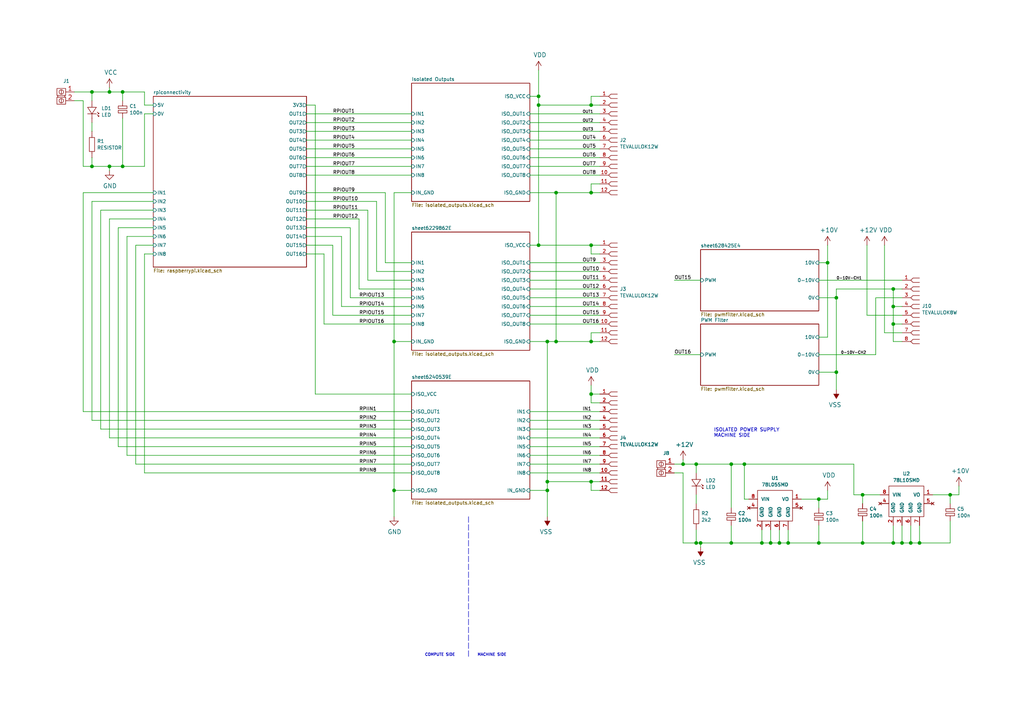
<source format=kicad_sch>
(kicad_sch (version 20211123) (generator eeschema)
  (paper "A4")
  (lib_symbols
    (symbol "bjs-connectors:SCREW2" (pin_names (offset 1.016))
      (property "Reference" "J" (at 6.35 3.81 0))
      (symbol "SCREW2_0_1"
        (polyline (pts (xy 2.794 1.524) (xy 2.794 1.016)))
        (polyline (pts (xy 3.81 0.635) (xy 3.81 -0.635)))
        (polyline (pts (xy 3.81 3.175) (xy 3.81 1.905)))
        (polyline (pts (xy 4.826 1.524) (xy 4.826 1.016)))
        (polyline (pts (xy 2.54 0) (xy 2.54 1.016) (xy 5.08 1.016) (xy 5.08 -1.016) (xy 2.54 -1.016) (xy 2.54 0)))
        (polyline (pts (xy 2.54 2.54) (xy 2.54 1.524) (xy 5.08 1.524) (xy 5.08 3.556) (xy 2.54 3.556) (xy 2.54 2.54)))
        (circle (center 3.81 0) (radius 0.635))
        (circle (center 3.81 2.54) (radius 0.635))
      )
      (symbol "SCREW2_1_1"
        (pin passive line (at 0 2.54 0) (length 2.54) (name "~") (number "1"))
        (pin passive line (at 0 0 0) (length 2.54) (name "~") (number "2"))
      )
    )
    (symbol "bjs-connectors:TEVALULOK12W" (pin_names (offset 1.016))
      (property "Reference" "J" (at 0 0 0))
      (property "Value" "TEVALULOK12W" (at -0.635 6.985 0))
      (symbol "TEVALULOK12W_0_1"
        (polyline (pts (xy 2.54 -13.97) (xy 3.175 -14.605) (xy 5.08 -14.605)))
        (polyline (pts (xy 2.54 -13.97) (xy 3.175 -13.335) (xy 5.08 -13.335)))
        (polyline (pts (xy 2.54 -11.43) (xy 3.175 -12.065) (xy 5.08 -12.065)))
        (polyline (pts (xy 2.54 -11.43) (xy 3.175 -10.795) (xy 5.08 -10.795)))
        (polyline (pts (xy 2.54 -8.89) (xy 3.175 -9.525) (xy 5.08 -9.525)))
        (polyline (pts (xy 2.54 -8.89) (xy 3.175 -8.255) (xy 5.08 -8.255)))
        (polyline (pts (xy 2.54 -6.35) (xy 3.175 -6.985) (xy 5.08 -6.985)))
        (polyline (pts (xy 2.54 -6.35) (xy 3.175 -5.715) (xy 5.08 -5.715)))
        (polyline (pts (xy 2.54 -3.81) (xy 3.175 -4.445) (xy 5.08 -4.445)))
        (polyline (pts (xy 2.54 -3.81) (xy 3.175 -3.175) (xy 5.08 -3.175)))
        (polyline (pts (xy 2.54 -1.27) (xy 3.175 -1.905) (xy 5.08 -1.905)))
        (polyline (pts (xy 2.54 -1.27) (xy 3.175 -0.635) (xy 5.08 -0.635)))
        (polyline (pts (xy 2.54 1.27) (xy 3.175 0.635) (xy 5.08 0.635)))
        (polyline (pts (xy 2.54 1.27) (xy 3.175 1.905) (xy 5.08 1.905)))
        (polyline (pts (xy 2.54 3.81) (xy 3.175 3.175) (xy 5.08 3.175)))
        (polyline (pts (xy 2.54 3.81) (xy 3.175 4.445) (xy 5.08 4.445)))
        (polyline (pts (xy 5.08 -23.495) (xy 3.175 -23.495) (xy 2.54 -24.13) (xy 3.175 -24.765) (xy 5.08 -24.765)))
        (polyline (pts (xy 5.08 -20.955) (xy 3.175 -20.955) (xy 2.54 -21.59) (xy 3.175 -22.225) (xy 5.08 -22.225)))
        (polyline (pts (xy 5.08 -17.145) (xy 3.175 -17.145) (xy 2.54 -16.51) (xy 3.175 -15.875) (xy 5.08 -15.875)))
        (polyline (pts (xy 5.08 -19.685) (xy 3.81 -19.685) (xy 3.175 -19.685) (xy 2.54 -19.05) (xy 3.175 -18.415) (xy 5.08 -18.415)))
      )
      (symbol "TEVALULOK12W_1_1"
        (pin passive line (at 0 3.81 0) (length 2.54) (name "~") (number "1"))
        (pin input line (at 0 -19.05 0) (length 2.54) (name "~") (number "10"))
        (pin input line (at 0 -21.59 0) (length 2.54) (name "~") (number "11"))
        (pin input line (at 0 -24.13 0) (length 2.54) (name "~") (number "12"))
        (pin passive line (at 0 1.27 0) (length 2.54) (name "~") (number "2"))
        (pin passive line (at 0 -1.27 0) (length 2.54) (name "~") (number "3"))
        (pin passive line (at 0 -3.81 0) (length 2.54) (name "~") (number "4"))
        (pin passive line (at 0 -6.35 0) (length 2.54) (name "~") (number "5"))
        (pin passive line (at 0 -8.89 0) (length 2.54) (name "~") (number "6"))
        (pin passive line (at 0 -11.43 0) (length 2.54) (name "~") (number "7"))
        (pin passive line (at 0 -13.97 0) (length 2.54) (name "~") (number "8"))
        (pin input line (at 0 -16.51 0) (length 2.54) (name "~") (number "9"))
      )
    )
    (symbol "bjs-connectors:TEVALULOK8W" (pin_names (offset 1.016))
      (property "Reference" "J" (at 0 0 0))
      (property "Value" "TEVALULOK8W" (at -0.635 6.985 0))
      (symbol "TEVALULOK8W_0_1"
        (polyline (pts (xy 2.54 -13.97) (xy 3.175 -14.605) (xy 5.08 -14.605)))
        (polyline (pts (xy 2.54 -13.97) (xy 3.175 -13.335) (xy 5.08 -13.335)))
        (polyline (pts (xy 2.54 -11.43) (xy 3.175 -12.065) (xy 5.08 -12.065)))
        (polyline (pts (xy 2.54 -11.43) (xy 3.175 -10.795) (xy 5.08 -10.795)))
        (polyline (pts (xy 2.54 -8.89) (xy 3.175 -9.525) (xy 5.08 -9.525)))
        (polyline (pts (xy 2.54 -8.89) (xy 3.175 -8.255) (xy 5.08 -8.255)))
        (polyline (pts (xy 2.54 -6.35) (xy 3.175 -6.985) (xy 5.08 -6.985)))
        (polyline (pts (xy 2.54 -6.35) (xy 3.175 -5.715) (xy 5.08 -5.715)))
        (polyline (pts (xy 2.54 -3.81) (xy 3.175 -4.445) (xy 5.08 -4.445)))
        (polyline (pts (xy 2.54 -3.81) (xy 3.175 -3.175) (xy 5.08 -3.175)))
        (polyline (pts (xy 2.54 -1.27) (xy 3.175 -1.905) (xy 5.08 -1.905)))
        (polyline (pts (xy 2.54 -1.27) (xy 3.175 -0.635) (xy 5.08 -0.635)))
        (polyline (pts (xy 2.54 1.27) (xy 3.175 0.635) (xy 5.08 0.635)))
        (polyline (pts (xy 2.54 1.27) (xy 3.175 1.905) (xy 5.08 1.905)))
        (polyline (pts (xy 2.54 3.81) (xy 3.175 3.175) (xy 5.08 3.175)))
        (polyline (pts (xy 2.54 3.81) (xy 3.175 4.445) (xy 5.08 4.445)))
      )
      (symbol "TEVALULOK8W_1_1"
        (pin passive line (at 0 3.81 0) (length 2.54) (name "~") (number "1"))
        (pin passive line (at 0 1.27 0) (length 2.54) (name "~") (number "2"))
        (pin passive line (at 0 -1.27 0) (length 2.54) (name "~") (number "3"))
        (pin passive line (at 0 -3.81 0) (length 2.54) (name "~") (number "4"))
        (pin passive line (at 0 -6.35 0) (length 2.54) (name "~") (number "5"))
        (pin passive line (at 0 -8.89 0) (length 2.54) (name "~") (number "6"))
        (pin passive line (at 0 -11.43 0) (length 2.54) (name "~") (number "7"))
        (pin passive line (at 0 -13.97 0) (length 2.54) (name "~") (number "8"))
      )
    )
    (symbol "bjs-discrete:LED" (pin_numbers hide) (pin_names (offset 1.016) hide)
      (property "Reference" "LD" (at 2.54 2.54 0))
      (property "Value" "bjs-discrete_LED" (at -1.27 2.54 0))
      (symbol "LED_0_1"
        (polyline (pts (xy -2.54 0) (xy -1.27 0)))
        (polyline (pts (xy -1.27 1.27) (xy -1.27 -1.27)))
        (polyline (pts (xy 0.635 0) (xy 1.27 0)))
        (polyline (pts (xy 0.635 -1.27) (xy 0.635 1.27) (xy -1.27 0) (xy 0.635 -1.27)))
        (polyline (pts (xy -1.524 -1.524) (xy -2.032 -2.032) (xy -2.032 -1.778) (xy -1.778 -2.032) (xy -2.032 -2.032)))
        (polyline (pts (xy -0.762 -1.524) (xy -1.27 -2.032) (xy -1.27 -1.778) (xy -1.016 -2.032) (xy -1.27 -2.032)))
      )
      (symbol "LED_1_1"
        (pin passive line (at -3.81 0 0) (length 1.27) (name "~") (number "1"))
        (pin passive line (at 2.54 0 180) (length 1.27) (name "~") (number "2"))
      )
    )
    (symbol "bjs-passives:CAPACITOR" (pin_numbers hide) (pin_names (offset 1.016) hide)
      (property "Reference" "C" (at 5.08 2.54 0))
      (property "Value" "CAPACITOR" (at 0 2.54 0))
      (symbol "CAPACITOR_0_1"
        (polyline (pts (xy -1.27 0) (xy -1.016 0)))
        (polyline (pts (xy 1.016 0) (xy 1.27 0)))
        (polyline (pts (xy -0.254 -1.27) (xy -0.254 1.27) (xy -1.016 1.27) (xy -1.016 -1.27) (xy -0.254 -1.27)))
        (polyline (pts (xy 0.254 1.27) (xy 1.016 1.27) (xy 1.016 -1.27) (xy 0.254 -1.27) (xy 0.254 1.27)))
      )
      (symbol "CAPACITOR_1_1"
        (pin passive line (at 2.54 0 180) (length 1.27) (name "~") (number "1"))
        (pin passive line (at -2.54 0 0) (length 1.27) (name "~") (number "2"))
      )
    )
    (symbol "bjs-passives:RESISTOR" (pin_numbers hide) (pin_names (offset 1.016) hide)
      (property "Reference" "R" (at 0 0 0))
      (property "Value" "RESISTOR" (at 0 2.54 0))
      (symbol "RESISTOR_0_1"
        (polyline (pts (xy -3.81 0) (xy -2.54 0)))
        (polyline (pts (xy -2.54 0) (xy -2.032 0)))
        (polyline (pts (xy 2.54 0) (xy 2.032 0)))
        (polyline (pts (xy 3.81 0) (xy 2.54 0)))
        (polyline (pts (xy -2.032 0.762) (xy -2.032 -0.762) (xy 2.032 -0.762) (xy 2.032 0.762) (xy -2.032 0.762)))
      )
      (symbol "RESISTOR_1_1"
        (pin passive line (at -3.81 0 0) (length 0) (name "1") (number "1"))
        (pin passive line (at 3.81 0 180) (length 0) (name "2") (number "2"))
      )
    )
    (symbol "bjs-voltageregs:78LXXSMD" (pin_names (offset 1.016))
      (property "Reference" "U" (at 3.81 3.81 0))
      (property "Value" "78LXXSMD" (at -3.81 3.81 0))
      (symbol "78LXXSMD_0_1"
        (polyline (pts (xy -5.08 -6.35) (xy -5.08 2.54) (xy 5.08 2.54) (xy 5.08 -6.35) (xy -5.08 -6.35)))
      )
      (symbol "78LXXSMD_1_1"
        (pin power_out line (at 7.62 0 180) (length 2.54) (name "VO") (number "1"))
        (pin power_in line (at -3.81 -8.89 90) (length 2.54) (name "GND") (number "2"))
        (pin power_in line (at -1.27 -8.89 90) (length 2.54) (name "GND") (number "3"))
        (pin no_connect line (at -7.62 -2.54 0) (length 2.54) (name "~") (number "4"))
        (pin no_connect line (at 7.62 -2.54 180) (length 2.54) (name "~") (number "5"))
        (pin power_in line (at 1.27 -8.89 90) (length 2.54) (name "GND") (number "6"))
        (pin power_in line (at 3.81 -8.89 90) (length 2.54) (name "GND") (number "7"))
        (pin power_in line (at -7.62 0 0) (length 2.54) (name "VIN") (number "8"))
      )
    )
    (symbol "power:+10V" (power) (pin_names (offset 0))
      (property "Value" "power_+10V" (at 0 3.556 0))
      (symbol "+10V_0_1"
        (polyline (pts (xy -0.762 1.27) (xy 0 2.54)))
        (polyline (pts (xy 0 0) (xy 0 2.54)))
        (polyline (pts (xy 0 2.54) (xy 0.762 1.27)))
      )
      (symbol "+10V_1_1"
        (pin power_in line (at 0 0 90) (length 0) hide (name "+10V") (number "1"))
      )
    )
    (symbol "power:+12V" (power) (pin_names (offset 0))
      (property "Value" "power_+12V" (at 0 3.556 0))
      (symbol "+12V_0_1"
        (polyline (pts (xy -0.762 1.27) (xy 0 2.54)))
        (polyline (pts (xy 0 0) (xy 0 2.54)))
        (polyline (pts (xy 0 2.54) (xy 0.762 1.27)))
      )
      (symbol "+12V_1_1"
        (pin power_in line (at 0 0 90) (length 0) hide (name "+12V") (number "1"))
      )
    )
    (symbol "power:GND" (power) (pin_names (offset 0))
      (property "Value" "power_GND" (at 0 -3.81 0))
      (symbol "GND_0_1"
        (polyline (pts (xy 0 0) (xy 0 -1.27) (xy 1.27 -1.27) (xy 0 -2.54) (xy -1.27 -1.27) (xy 0 -1.27)))
      )
      (symbol "GND_1_1"
        (pin power_in line (at 0 0 270) (length 0) hide (name "GND") (number "1"))
      )
    )
    (symbol "power:VCC" (power) (pin_names (offset 0))
      (property "Value" "power_VCC" (at 0 3.81 0))
      (symbol "VCC_0_1"
        (polyline (pts (xy -0.762 1.27) (xy 0 2.54)))
        (polyline (pts (xy 0 0) (xy 0 2.54)))
        (polyline (pts (xy 0 2.54) (xy 0.762 1.27)))
      )
      (symbol "VCC_1_1"
        (pin power_in line (at 0 0 90) (length 0) hide (name "VCC") (number "1"))
      )
    )
    (symbol "power:VDD" (power) (pin_names (offset 0))
      (property "Value" "power_VDD" (at 0 3.81 0))
      (symbol "VDD_0_1"
        (polyline (pts (xy -0.762 1.27) (xy 0 2.54)))
        (polyline (pts (xy 0 0) (xy 0 2.54)))
        (polyline (pts (xy 0 2.54) (xy 0.762 1.27)))
      )
      (symbol "VDD_1_1"
        (pin power_in line (at 0 0 90) (length 0) hide (name "VDD") (number "1"))
      )
    )
    (symbol "power:VSS" (power) (pin_names (offset 0))
      (property "Value" "power_VSS" (at 0 3.81 0))
      (symbol "VSS_0_1"
        (polyline (pts (xy 0 0) (xy 0 2.54)))
        (polyline (pts (xy 0.762 1.27) (xy -0.762 1.27) (xy 0 2.54) (xy 0.762 1.27)) (fill (type outline)))
      )
      (symbol "VSS_1_1"
        (pin power_in line (at 0 0 90) (length 0) hide (name "VSS") (number "1"))
      )
    )
  )
  (junction (at 215.9 134.62))
  (junction (at 226.06 157.48))
  (junction (at 158.75 142.24))
  (junction (at 220.98 157.48))
  (junction (at 26.67 26.67))
  (junction (at 35.56 48.26))
  (junction (at 31.75 48.26))
  (junction (at 171.45 114.3))
  (junction (at 156.21 27.94))
  (junction (at 198.12 134.62))
  (junction (at 212.09 157.48))
  (junction (at 259.08 83.82))
  (junction (at 259.08 88.9))
  (junction (at 158.75 139.7))
  (junction (at 171.45 30.48))
  (junction (at 201.93 157.48))
  (junction (at 261.62 157.48))
  (junction (at 35.56 26.67))
  (junction (at 240.03 76.2))
  (junction (at 171.45 139.7))
  (junction (at 237.49 144.78))
  (junction (at 242.57 107.95))
  (junction (at 259.08 93.98))
  (junction (at 212.09 134.62))
  (junction (at 201.93 134.62))
  (junction (at 242.57 86.36))
  (junction (at 114.3 142.24))
  (junction (at 275.59 143.51))
  (junction (at 264.16 157.48))
  (junction (at 171.45 71.12))
  (junction (at 114.3 99.06))
  (junction (at 228.6 157.48))
  (junction (at 156.21 30.48))
  (junction (at 171.45 55.88))
  (junction (at 237.49 157.48))
  (junction (at 171.45 99.06))
  (junction (at 250.19 143.51))
  (junction (at 266.7 157.48))
  (junction (at 161.29 99.06))
  (junction (at 161.29 55.88))
  (junction (at 26.67 48.26))
  (junction (at 223.52 157.48))
  (junction (at 31.75 26.67))
  (junction (at 250.19 157.48))
  (junction (at 259.08 157.48))
  (junction (at 203.2 157.48))
  (junction (at 158.75 99.06))
  (junction (at 156.21 71.12))
  (wire (pts (xy 88.9 63.5) (xy 104.14 63.5)))
  (wire (pts (xy 31.75 26.67) (xy 31.75 25.4)))
  (wire (pts (xy 153.67 33.02) (xy 173.99 33.02)))
  (wire (pts (xy 114.3 55.88) (xy 119.38 55.88)))
  (wire (pts (xy 261.62 93.98) (xy 259.08 93.98)))
  (wire (pts (xy 250.19 143.51) (xy 250.19 146.05)))
  (wire (pts (xy 171.45 73.66) (xy 171.45 71.12)))
  (wire (pts (xy 156.21 71.12) (xy 171.45 71.12)))
  (wire (pts (xy 44.45 71.12) (xy 39.37 71.12)))
  (wire (pts (xy 161.29 99.06) (xy 158.75 99.06)))
  (wire (pts (xy 93.98 73.66) (xy 93.98 93.98)))
  (wire (pts (xy 31.75 127) (xy 119.38 127)))
  (wire (pts (xy 266.7 152.4) (xy 266.7 157.48)))
  (wire (pts (xy 198.12 134.62) (xy 198.12 133.35)))
  (wire (pts (xy 101.6 86.36) (xy 119.38 86.36)))
  (wire (pts (xy 266.7 157.48) (xy 275.59 157.48)))
  (wire (pts (xy 114.3 142.24) (xy 114.3 149.86)))
  (wire (pts (xy 156.21 30.48) (xy 156.21 71.12)))
  (wire (pts (xy 212.09 152.4) (xy 212.09 157.48)))
  (wire (pts (xy 153.67 50.8) (xy 173.99 50.8)))
  (wire (pts (xy 88.9 55.88) (xy 111.76 55.88)))
  (wire (pts (xy 44.45 58.42) (xy 26.67 58.42)))
  (wire (pts (xy 88.9 71.12) (xy 96.52 71.12)))
  (wire (pts (xy 264.16 152.4) (xy 264.16 157.48)))
  (wire (pts (xy 171.45 99.06) (xy 161.29 99.06)))
  (wire (pts (xy 35.56 26.67) (xy 41.91 26.67)))
  (wire (pts (xy 259.08 157.48) (xy 261.62 157.48)))
  (wire (pts (xy 44.45 30.48) (xy 41.91 30.48)))
  (wire (pts (xy 264.16 157.48) (xy 266.7 157.48)))
  (wire (pts (xy 237.49 97.79) (xy 240.03 97.79)))
  (wire (pts (xy 242.57 83.82) (xy 242.57 86.36)))
  (wire (pts (xy 242.57 107.95) (xy 237.49 107.95)))
  (wire (pts (xy 201.93 153.67) (xy 201.93 157.48)))
  (wire (pts (xy 240.03 76.2) (xy 237.49 76.2)))
  (wire (pts (xy 153.67 99.06) (xy 158.75 99.06)))
  (wire (pts (xy 250.19 157.48) (xy 259.08 157.48)))
  (wire (pts (xy 21.59 29.21) (xy 24.13 29.21)))
  (wire (pts (xy 198.12 157.48) (xy 201.93 157.48)))
  (wire (pts (xy 153.67 132.08) (xy 173.99 132.08)))
  (wire (pts (xy 223.52 153.67) (xy 223.52 157.48)))
  (wire (pts (xy 161.29 99.06) (xy 161.29 55.88)))
  (wire (pts (xy 106.68 60.96) (xy 106.68 81.28)))
  (wire (pts (xy 201.93 137.16) (xy 201.93 134.62)))
  (wire (pts (xy 29.21 124.46) (xy 119.38 124.46)))
  (wire (pts (xy 99.06 68.58) (xy 99.06 88.9)))
  (wire (pts (xy 275.59 143.51) (xy 275.59 146.05)))
  (wire (pts (xy 237.49 144.78) (xy 232.41 144.78)))
  (wire (pts (xy 250.19 151.13) (xy 250.19 157.48)))
  (wire (pts (xy 153.67 83.82) (xy 173.99 83.82)))
  (wire (pts (xy 93.98 93.98) (xy 119.38 93.98)))
  (wire (pts (xy 99.06 88.9) (xy 119.38 88.9)))
  (wire (pts (xy 153.67 88.9) (xy 173.99 88.9)))
  (wire (pts (xy 256.54 96.52) (xy 261.62 96.52)))
  (wire (pts (xy 240.03 71.12) (xy 240.03 76.2)))
  (wire (pts (xy 96.52 91.44) (xy 119.38 91.44)))
  (wire (pts (xy 31.75 63.5) (xy 31.75 127)))
  (wire (pts (xy 173.99 139.7) (xy 171.45 139.7)))
  (wire (pts (xy 36.83 68.58) (xy 36.83 132.08)))
  (wire (pts (xy 278.13 143.51) (xy 278.13 140.97)))
  (wire (pts (xy 212.09 157.48) (xy 220.98 157.48)))
  (wire (pts (xy 171.45 116.84) (xy 171.45 114.3)))
  (wire (pts (xy 171.45 99.06) (xy 171.45 96.52)))
  (wire (pts (xy 44.45 60.96) (xy 29.21 60.96)))
  (wire (pts (xy 275.59 143.51) (xy 278.13 143.51)))
  (wire (pts (xy 96.52 71.12) (xy 96.52 91.44)))
  (wire (pts (xy 153.67 38.1) (xy 173.99 38.1)))
  (wire (pts (xy 35.56 29.21) (xy 35.56 26.67)))
  (wire (pts (xy 41.91 30.48) (xy 41.91 26.67)))
  (wire (pts (xy 247.65 134.62) (xy 215.9 134.62)))
  (wire (pts (xy 88.9 40.64) (xy 119.38 40.64)))
  (wire (pts (xy 24.13 119.38) (xy 119.38 119.38)))
  (wire (pts (xy 88.9 35.56) (xy 119.38 35.56)))
  (wire (pts (xy 201.93 143.51) (xy 201.93 146.05)))
  (wire (pts (xy 34.29 66.04) (xy 34.29 129.54)))
  (wire (pts (xy 153.67 81.28) (xy 173.99 81.28)))
  (wire (pts (xy 240.03 144.78) (xy 240.03 142.24)))
  (wire (pts (xy 36.83 132.08) (xy 119.38 132.08)))
  (wire (pts (xy 88.9 73.66) (xy 93.98 73.66)))
  (wire (pts (xy 88.9 45.72) (xy 119.38 45.72)))
  (wire (pts (xy 88.9 68.58) (xy 99.06 68.58)))
  (wire (pts (xy 153.67 43.18) (xy 173.99 43.18)))
  (wire (pts (xy 261.62 157.48) (xy 264.16 157.48)))
  (wire (pts (xy 215.9 134.62) (xy 212.09 134.62)))
  (wire (pts (xy 171.45 139.7) (xy 158.75 139.7)))
  (wire (pts (xy 153.67 93.98) (xy 173.99 93.98)))
  (wire (pts (xy 88.9 30.48) (xy 91.44 30.48)))
  (wire (pts (xy 153.67 86.36) (xy 173.99 86.36)))
  (wire (pts (xy 242.57 86.36) (xy 242.57 107.95)))
  (wire (pts (xy 261.62 152.4) (xy 261.62 157.48)))
  (wire (pts (xy 171.45 96.52) (xy 173.99 96.52)))
  (wire (pts (xy 173.99 55.88) (xy 171.45 55.88)))
  (wire (pts (xy 44.45 63.5) (xy 31.75 63.5)))
  (wire (pts (xy 158.75 99.06) (xy 158.75 139.7)))
  (wire (pts (xy 228.6 157.48) (xy 237.49 157.48)))
  (wire (pts (xy 171.45 27.94) (xy 173.99 27.94)))
  (wire (pts (xy 228.6 153.67) (xy 228.6 157.48)))
  (wire (pts (xy 153.67 124.46) (xy 173.99 124.46)))
  (wire (pts (xy 259.08 99.06) (xy 259.08 93.98)))
  (wire (pts (xy 153.67 55.88) (xy 161.29 55.88)))
  (wire (pts (xy 106.68 81.28) (xy 119.38 81.28)))
  (wire (pts (xy 24.13 55.88) (xy 24.13 119.38)))
  (wire (pts (xy 153.67 129.54) (xy 173.99 129.54)))
  (wire (pts (xy 171.45 30.48) (xy 156.21 30.48)))
  (wire (pts (xy 153.67 127) (xy 173.99 127)))
  (wire (pts (xy 29.21 60.96) (xy 29.21 124.46)))
  (wire (pts (xy 237.49 86.36) (xy 242.57 86.36)))
  (wire (pts (xy 153.67 142.24) (xy 158.75 142.24)))
  (wire (pts (xy 26.67 38.1) (xy 26.67 35.56)))
  (wire (pts (xy 153.67 48.26) (xy 173.99 48.26)))
  (wire (pts (xy 26.67 121.92) (xy 119.38 121.92)))
  (wire (pts (xy 203.2 81.28) (xy 195.58 81.28)))
  (wire (pts (xy 237.49 81.28) (xy 261.62 81.28)))
  (wire (pts (xy 212.09 134.62) (xy 201.93 134.62)))
  (wire (pts (xy 24.13 48.26) (xy 26.67 48.26)))
  (wire (pts (xy 220.98 157.48) (xy 223.52 157.48)))
  (wire (pts (xy 111.76 55.88) (xy 111.76 76.2)))
  (wire (pts (xy 41.91 33.02) (xy 41.91 48.26)))
  (wire (pts (xy 119.38 142.24) (xy 114.3 142.24)))
  (wire (pts (xy 171.45 55.88) (xy 171.45 53.34)))
  (wire (pts (xy 109.22 78.74) (xy 119.38 78.74)))
  (wire (pts (xy 171.45 142.24) (xy 173.99 142.24)))
  (wire (pts (xy 237.49 147.32) (xy 237.49 144.78)))
  (wire (pts (xy 203.2 102.87) (xy 195.58 102.87)))
  (wire (pts (xy 173.99 73.66) (xy 171.45 73.66)))
  (wire (pts (xy 201.93 157.48) (xy 203.2 157.48)))
  (wire (pts (xy 153.67 71.12) (xy 156.21 71.12)))
  (wire (pts (xy 198.12 137.16) (xy 198.12 157.48)))
  (wire (pts (xy 156.21 27.94) (xy 156.21 30.48)))
  (wire (pts (xy 26.67 45.72) (xy 26.67 48.26)))
  (wire (pts (xy 44.45 68.58) (xy 36.83 68.58)))
  (wire (pts (xy 153.67 91.44) (xy 173.99 91.44)))
  (wire (pts (xy 44.45 33.02) (xy 41.91 33.02)))
  (wire (pts (xy 173.99 116.84) (xy 171.45 116.84)))
  (wire (pts (xy 153.67 45.72) (xy 173.99 45.72)))
  (wire (pts (xy 171.45 111.76) (xy 171.45 114.3)))
  (wire (pts (xy 251.46 91.44) (xy 251.46 71.12)))
  (wire (pts (xy 153.67 40.64) (xy 173.99 40.64)))
  (wire (pts (xy 153.67 121.92) (xy 173.99 121.92)))
  (wire (pts (xy 254 86.36) (xy 254 102.87)))
  (wire (pts (xy 39.37 71.12) (xy 39.37 134.62)))
  (wire (pts (xy 171.45 139.7) (xy 171.45 142.24)))
  (wire (pts (xy 44.45 73.66) (xy 41.91 73.66)))
  (wire (pts (xy 173.99 99.06) (xy 171.45 99.06)))
  (wire (pts (xy 226.06 157.48) (xy 228.6 157.48)))
  (wire (pts (xy 171.45 71.12) (xy 173.99 71.12)))
  (wire (pts (xy 88.9 58.42) (xy 109.22 58.42)))
  (wire (pts (xy 88.9 38.1) (xy 119.38 38.1)))
  (wire (pts (xy 158.75 139.7) (xy 158.75 142.24)))
  (wire (pts (xy 44.45 66.04) (xy 34.29 66.04)))
  (wire (pts (xy 91.44 114.3) (xy 91.44 30.48)))
  (wire (pts (xy 153.67 119.38) (xy 173.99 119.38)))
  (wire (pts (xy 237.49 144.78) (xy 240.03 144.78)))
  (wire (pts (xy 153.67 35.56) (xy 173.99 35.56)))
  (wire (pts (xy 275.59 157.48) (xy 275.59 151.13)))
  (wire (pts (xy 26.67 29.21) (xy 26.67 26.67)))
  (wire (pts (xy 26.67 58.42) (xy 26.67 121.92)))
  (wire (pts (xy 88.9 60.96) (xy 106.68 60.96)))
  (wire (pts (xy 88.9 50.8) (xy 119.38 50.8)))
  (wire (pts (xy 88.9 66.04) (xy 101.6 66.04)))
  (wire (pts (xy 39.37 134.62) (xy 119.38 134.62)))
  (wire (pts (xy 203.2 158.75) (xy 203.2 157.48)))
  (wire (pts (xy 109.22 58.42) (xy 109.22 78.74)))
  (wire (pts (xy 223.52 157.48) (xy 226.06 157.48)))
  (wire (pts (xy 119.38 99.06) (xy 114.3 99.06)))
  (wire (pts (xy 254 86.36) (xy 261.62 86.36)))
  (wire (pts (xy 237.49 157.48) (xy 250.19 157.48)))
  (wire (pts (xy 104.14 83.82) (xy 119.38 83.82)))
  (wire (pts (xy 153.67 76.2) (xy 173.99 76.2)))
  (wire (pts (xy 250.19 143.51) (xy 247.65 143.51)))
  (wire (pts (xy 26.67 26.67) (xy 31.75 26.67)))
  (wire (pts (xy 261.62 99.06) (xy 259.08 99.06)))
  (wire (pts (xy 259.08 88.9) (xy 259.08 83.82)))
  (wire (pts (xy 158.75 142.24) (xy 158.75 149.86)))
  (wire (pts (xy 31.75 48.26) (xy 35.56 48.26)))
  (wire (pts (xy 44.45 55.88) (xy 24.13 55.88)))
  (wire (pts (xy 88.9 33.02) (xy 119.38 33.02)))
  (wire (pts (xy 153.67 27.94) (xy 156.21 27.94)))
  (wire (pts (xy 251.46 91.44) (xy 261.62 91.44)))
  (wire (pts (xy 153.67 137.16) (xy 173.99 137.16)))
  (wire (pts (xy 212.09 134.62) (xy 212.09 147.32)))
  (wire (pts (xy 153.67 134.62) (xy 173.99 134.62)))
  (wire (pts (xy 256.54 71.12) (xy 256.54 96.52)))
  (wire (pts (xy 88.9 43.18) (xy 119.38 43.18)))
  (wire (pts (xy 35.56 48.26) (xy 41.91 48.26)))
  (wire (pts (xy 173.99 30.48) (xy 171.45 30.48)))
  (wire (pts (xy 255.27 143.51) (xy 250.19 143.51)))
  (wire (pts (xy 220.98 153.67) (xy 220.98 157.48)))
  (wire (pts (xy 201.93 134.62) (xy 198.12 134.62)))
  (wire (pts (xy 153.67 78.74) (xy 173.99 78.74)))
  (wire (pts (xy 247.65 143.51) (xy 247.65 134.62)))
  (wire (pts (xy 203.2 157.48) (xy 212.09 157.48)))
  (wire (pts (xy 35.56 34.29) (xy 35.56 48.26)))
  (wire (pts (xy 254 102.87) (xy 237.49 102.87)))
  (wire (pts (xy 261.62 88.9) (xy 259.08 88.9)))
  (wire (pts (xy 156.21 20.32) (xy 156.21 27.94)))
  (wire (pts (xy 242.57 107.95) (xy 242.57 113.03)))
  (wire (pts (xy 259.08 93.98) (xy 259.08 88.9)))
  (wire (pts (xy 24.13 29.21) (xy 24.13 48.26)))
  (wire (pts (xy 270.51 143.51) (xy 275.59 143.51)))
  (wire (pts (xy 215.9 144.78) (xy 217.17 144.78)))
  (wire (pts (xy 91.44 114.3) (xy 119.38 114.3)))
  (wire (pts (xy 101.6 66.04) (xy 101.6 86.36)))
  (wire (pts (xy 171.45 30.48) (xy 171.45 27.94)))
  (wire (pts (xy 195.58 134.62) (xy 198.12 134.62)))
  (wire (pts (xy 26.67 48.26) (xy 31.75 48.26)))
  (wire (pts (xy 111.76 76.2) (xy 119.38 76.2)))
  (polyline (pts (xy 135.89 149.86) (xy 135.89 190.5)))
  (wire (pts (xy 41.91 137.16) (xy 119.38 137.16)))
  (wire (pts (xy 88.9 48.26) (xy 119.38 48.26)))
  (wire (pts (xy 21.59 26.67) (xy 26.67 26.67)))
  (wire (pts (xy 114.3 99.06) (xy 114.3 55.88)))
  (wire (pts (xy 161.29 55.88) (xy 171.45 55.88)))
  (wire (pts (xy 34.29 129.54) (xy 119.38 129.54)))
  (wire (pts (xy 240.03 76.2) (xy 240.03 97.79)))
  (wire (pts (xy 31.75 49.53) (xy 31.75 48.26)))
  (wire (pts (xy 31.75 26.67) (xy 35.56 26.67)))
  (wire (pts (xy 171.45 53.34) (xy 173.99 53.34)))
  (wire (pts (xy 195.58 137.16) (xy 198.12 137.16)))
  (wire (pts (xy 215.9 134.62) (xy 215.9 144.78)))
  (wire (pts (xy 171.45 114.3) (xy 173.99 114.3)))
  (wire (pts (xy 237.49 157.48) (xy 237.49 152.4)))
  (wire (pts (xy 114.3 99.06) (xy 114.3 142.24)))
  (wire (pts (xy 259.08 83.82) (xy 261.62 83.82)))
  (wire (pts (xy 41.91 73.66) (xy 41.91 137.16)))
  (wire (pts (xy 259.08 152.4) (xy 259.08 157.48)))
  (wire (pts (xy 104.14 63.5) (xy 104.14 83.82)))
  (wire (pts (xy 242.57 83.82) (xy 259.08 83.82)))
  (wire (pts (xy 226.06 153.67) (xy 226.06 157.48)))
  (text "ISOLATED POWER SUPPLY\nMACHINE SIDE" (at 207.01 127 0) (effects (font (size 0.9906 0.9906)) (justify left bottom)))
  (text "COMPUTE SIDE" (at 123.19 190.5 0) (effects (font (size 0.7874 0.7874)) (justify left bottom)))
  (text "MACHINE SIDE" (at 138.43 190.5 0) (effects (font (size 0.7874 0.7874)) (justify left bottom)))
  (label "RPIOUT12" (at 96.52 63.5 0) (effects (font (size 0.9906 0.9906))))
  (label "IN8" (at 168.91 137.16 0) (effects (font (size 0.9906 0.9906))))
  (label "OUT8" (at 168.91 50.8 0) (effects (font (size 0.9906 0.9906))))
  (label "RPIOUT7" (at 96.52 48.26 0) (effects (font (size 0.9906 0.9906))))
  (label "RPIIN4" (at 104.14 127 0) (effects (font (size 0.9906 0.9906))))
  (label "RPIOUT15" (at 104.14 91.44 0) (effects (font (size 0.9906 0.9906))))
  (label "IN1" (at 168.91 119.38 0) (effects (font (size 0.9906 0.9906))))
  (label "OUT10" (at 168.91 78.74 0) (effects (font (size 0.9906 0.9906))))
  (label "OUT6" (at 168.91 45.72 0) (effects (font (size 0.9906 0.9906))))
  (label "RPIOUT1" (at 96.52 33.02 0) (effects (font (size 0.9906 0.9906))))
  (label "OUT15" (at 168.91 91.44 0) (effects (font (size 0.9906 0.9906))))
  (label "IN3" (at 168.91 124.46 0) (effects (font (size 0.9906 0.9906))))
  (label "0-10V-CH2" (at 243.84 102.87 0) (effects (font (size 0.7874 0.7874))))
  (label "OUT16" (at 168.91 93.98 0) (effects (font (size 0.9906 0.9906))))
  (label "IN6" (at 168.91 132.08 0) (effects (font (size 0.9906 0.9906))))
  (label "0-10V-CH1" (at 242.57 81.28 0) (effects (font (size 0.7874 0.7874))))
  (label "OUT7" (at 168.91 48.26 0) (effects (font (size 0.9906 0.9906))))
  (label "RPIOUT16" (at 104.14 93.98 0) (effects (font (size 0.9906 0.9906))))
  (label "RPIOUT2" (at 96.52 35.56 0) (effects (font (size 0.9906 0.9906))))
  (label "RPIOUT3" (at 96.52 38.1 0) (effects (font (size 0.9906 0.9906))))
  (label "IN7" (at 168.91 134.62 0) (effects (font (size 0.9906 0.9906))))
  (label "OUT13" (at 168.91 86.36 0) (effects (font (size 0.9906 0.9906))))
  (label "OUT15" (at 195.58 81.28 0) (effects (font (size 0.9906 0.9906))))
  (label "IN2" (at 168.91 121.92 0) (effects (font (size 0.9906 0.9906))))
  (label "RPIOUT4" (at 96.52 40.64 0) (effects (font (size 0.9906 0.9906))))
  (label "RPIOUT10" (at 96.52 58.42 0) (effects (font (size 0.9906 0.9906))))
  (label "RPIOUT14" (at 104.14 88.9 0) (effects (font (size 0.9906 0.9906))))
  (label "OUT12" (at 168.91 83.82 0) (effects (font (size 0.9906 0.9906))))
  (label "OUT14" (at 168.91 88.9 0) (effects (font (size 0.9906 0.9906))))
  (label "RPIOUT6" (at 96.52 45.72 0) (effects (font (size 0.9906 0.9906))))
  (label "OUT2" (at 168.91 35.56 0) (effects (font (size 0.7874 0.7874))))
  (label "OUT4" (at 168.91 40.64 0) (effects (font (size 0.9906 0.9906))))
  (label "RPIOUT5" (at 96.52 43.18 0) (effects (font (size 0.9906 0.9906))))
  (label "RPIOUT8" (at 96.52 50.8 0) (effects (font (size 0.9906 0.9906))))
  (label "OUT5" (at 168.91 43.18 0) (effects (font (size 0.9906 0.9906))))
  (label "OUT1" (at 168.91 33.02 0) (effects (font (size 0.7874 0.7874))))
  (label "RPIIN6" (at 104.14 132.08 0) (effects (font (size 0.9906 0.9906))))
  (label "RPIIN3" (at 104.14 124.46 0) (effects (font (size 0.9906 0.9906))))
  (label "OUT16" (at 195.58 102.87 0) (effects (font (size 0.9906 0.9906))))
  (label "RPIOUT11" (at 96.52 60.96 0) (effects (font (size 0.9906 0.9906))))
  (label "RPIIN7" (at 104.14 134.62 0) (effects (font (size 0.9906 0.9906))))
  (label "RPIIN2" (at 104.14 121.92 0) (effects (font (size 0.9906 0.9906))))
  (label "OUT11" (at 168.91 81.28 0) (effects (font (size 0.9906 0.9906))))
  (label "RPIOUT13" (at 104.14 86.36 0) (effects (font (size 0.9906 0.9906))))
  (label "RPIIN8" (at 104.14 137.16 0) (effects (font (size 0.9906 0.9906))))
  (label "IN5" (at 168.91 129.54 0) (effects (font (size 0.9906 0.9906))))
  (label "RPIOUT9" (at 96.52 55.88 0) (effects (font (size 0.9906 0.9906))))
  (label "RPIIN5" (at 104.14 129.54 0) (effects (font (size 0.9906 0.9906))))
  (label "IN4" (at 168.91 127 0) (effects (font (size 0.9906 0.9906))))
  (label "OUT9" (at 168.91 76.2 0) (effects (font (size 0.9906 0.9906))))
  (label "OUT3" (at 168.91 38.1 0) (effects (font (size 0.7874 0.7874))))
  (label "RPIIN1" (at 104.14 119.38 0) (effects (font (size 0.9906 0.9906))))
  (symbol (lib_id "power:+12V") (at 198.12 133.35 0) (unit 1)
    (property "Reference" "#PWR06" (effects hide))
    (property "Value" "+12V" (at 198.501 128.9558 0))
  )
  (symbol (lib_id "power:VDD") (at 240.03 142.24 0) (unit 1)
    (property "Reference" "#PWR010" (effects hide))
    (property "Value" "VDD" (at 240.411 137.8458 0))
  )
  (symbol (lib_id "bjs-connectors:SCREW2") (at 195.58 137.16 0) (mirror y) (unit 1)
    (property "Reference" "J8" (at 193.2432 131.445 0) (effects (font (size 0.9906 0.9906))))
    (property "Value" "SCREW2" (effects hide))
    (property "Footprint" "wago_connectors:WAGO_MCS_MINI_02" (effects hide))
  )
  (symbol (lib_id "bjs-discrete:LED") (at 201.93 139.7 90) (unit 1)
    (property "Reference" "LD2" (at 204.6732 139.3698 90) (effects (font (size 0.9906 0.9906)) (justify right)))
    (property "Value" "LED" (at 204.6732 141.2748 90) (effects (font (size 0.9906 0.9906)) (justify right)))
    (property "Footprint" "LED_SMD:LED_0805_2012Metric" (effects hide))
  )
  (symbol (lib_id "bjs-passives:RESISTOR") (at 201.93 149.86 270) (unit 1)
    (property "Reference" "R2" (at 203.4032 148.8948 90) (effects (font (size 0.9906 0.9906)) (justify left)))
    (property "Value" "2k2" (at 203.4032 150.7998 90) (effects (font (size 0.9906 0.9906)) (justify left)))
    (property "Footprint" "Resistor_SMD:R_0805_2012Metric" (effects hide))
  )
  (symbol (lib_id "bjs-discrete:LED") (at 26.67 31.75 90) (unit 1)
    (property "Reference" "LD1" (at 29.4132 31.4198 90) (effects (font (size 0.9906 0.9906)) (justify right)))
    (property "Value" "LED" (at 29.4132 33.3248 90) (effects (font (size 0.9906 0.9906)) (justify right)))
    (property "Footprint" "LED_SMD:LED_0805_2012Metric" (effects hide))
  )
  (symbol (lib_id "bjs-passives:RESISTOR") (at 26.67 41.91 270) (unit 1)
    (property "Reference" "R1" (at 28.1432 40.9448 90) (effects (font (size 0.9906 0.9906)) (justify left)))
    (property "Value" "RESISTOR" (at 28.1432 42.8498 90) (effects (font (size 0.9906 0.9906)) (justify left)))
    (property "Footprint" "Resistor_SMD:R_0805_2012Metric" (effects hide))
  )
  (symbol (lib_id "bjs-connectors:TEVALULOK12W") (at 173.99 31.75 0) (unit 1)
    (property "Reference" "J2" (at 179.7812 40.64 0) (effects (font (size 0.9906 0.9906)) (justify left)))
    (property "Value" "TEVALULOK12W" (at 179.7812 42.545 0) (effects (font (size 0.9906 0.9906)) (justify left)))
    (property "Footprint" "te-connectivity_val-u-lok_vertical:te-connectivity_val-u-lok_vertical_12_1-1586768-2" (effects hide))
  )
  (symbol (lib_id "bjs-connectors:TEVALULOK12W") (at 173.99 74.93 0) (unit 1)
    (property "Reference" "J3" (at 179.7812 83.82 0) (effects (font (size 0.9906 0.9906)) (justify left)))
    (property "Value" "TEVALULOK12W" (at 179.7812 85.725 0) (effects (font (size 0.9906 0.9906)) (justify left)))
    (property "Footprint" "te-connectivity_val-u-lok_vertical:te-connectivity_val-u-lok_vertical_12_1-1586768-2" (effects hide))
  )
  (symbol (lib_id "bjs-connectors:TEVALULOK12W") (at 173.99 118.11 0) (unit 1)
    (property "Reference" "J4" (at 179.7812 127 0) (effects (font (size 0.9906 0.9906)) (justify left)))
    (property "Value" "TEVALULOK12W" (at 179.7812 128.905 0) (effects (font (size 0.9906 0.9906)) (justify left)))
    (property "Footprint" "te-connectivity_val-u-lok_vertical:te-connectivity_val-u-lok_vertical_12_1-1586768-2" (effects hide))
  )
  (symbol (lib_id "power:VDD") (at 156.21 20.32 0) (unit 1)
    (property "Reference" "#PWR04" (effects hide))
    (property "Value" "VDD" (at 156.591 15.9258 0))
  )
  (symbol (lib_id "power:VDD") (at 171.45 111.76 0) (unit 1)
    (property "Reference" "#PWR0101" (effects hide))
    (property "Value" "VDD" (at 171.831 107.3658 0))
  )
  (symbol (lib_id "bjs-connectors:TEVALULOK8W") (at 261.62 85.09 0) (unit 1)
    (property "Reference" "J10" (at 267.4112 88.7476 0) (effects (font (size 0.9906 0.9906)) (justify left)))
    (property "Value" "TEVALULOK8W" (at 267.4112 90.6526 0) (effects (font (size 0.9906 0.9906)) (justify left)))
    (property "Footprint" "te-connectivity_val-u-lok_vertical:te-connectivity_val-u-lok_vertical_8_1586768-8" (effects hide))
  )
  (symbol (lib_id "bjs-voltageregs:78LXXSMD") (at 224.79 144.78 0) (unit 1)
    (property "Reference" "U1" (at 224.79 138.6586 0) (effects (font (size 0.9906 0.9906))))
    (property "Value" "78L05SMD" (at 224.79 140.5636 0) (effects (font (size 0.9906 0.9906))))
    (property "Footprint" "Package_SO:SOIC-8_3.9x4.9mm_P1.27mm" (effects hide))
  )
  (symbol (lib_id "bjs-voltageregs:78LXXSMD") (at 262.89 143.51 0) (unit 1)
    (property "Reference" "U2" (at 262.89 137.3886 0) (effects (font (size 0.9906 0.9906))))
    (property "Value" "78L10SMD" (at 262.89 139.2936 0) (effects (font (size 0.9906 0.9906))))
    (property "Footprint" "Package_SO:SOIC-8_3.9x4.9mm_P1.27mm" (effects hide))
  )
  (symbol (lib_id "bjs-passives:CAPACITOR") (at 212.09 149.86 270) (unit 1)
    (property "Reference" "C2" (at 214.0712 148.8948 90) (effects (font (size 0.9906 0.9906)) (justify left)))
    (property "Value" "100n" (at 214.0712 150.7998 90) (effects (font (size 0.9906 0.9906)) (justify left)))
    (property "Footprint" "Capacitor_SMD:C_0805_2012Metric" (effects hide))
  )
  (symbol (lib_id "bjs-passives:CAPACITOR") (at 237.49 149.86 270) (unit 1)
    (property "Reference" "C3" (at 239.4712 148.8948 90) (effects (font (size 0.9906 0.9906)) (justify left)))
    (property "Value" "100n" (at 239.4712 150.7998 90) (effects (font (size 0.9906 0.9906)) (justify left)))
    (property "Footprint" "Capacitor_SMD:C_0805_2012Metric" (effects hide))
  )
  (symbol (lib_id "bjs-passives:CAPACITOR") (at 250.19 148.59 270) (unit 1)
    (property "Reference" "C4" (at 252.1712 147.6248 90) (effects (font (size 0.9906 0.9906)) (justify left)))
    (property "Value" "100n" (at 252.1712 149.5298 90) (effects (font (size 0.9906 0.9906)) (justify left)))
    (property "Footprint" "Capacitor_SMD:C_0805_2012Metric" (effects hide))
  )
  (symbol (lib_id "bjs-passives:CAPACITOR") (at 275.59 148.59 270) (unit 1)
    (property "Reference" "C5" (at 277.5712 147.6248 90) (effects (font (size 0.9906 0.9906)) (justify left)))
    (property "Value" "100n" (at 277.5712 149.5298 90) (effects (font (size 0.9906 0.9906)) (justify left)))
    (property "Footprint" "Capacitor_SMD:C_0805_2012Metric" (effects hide))
  )
  (symbol (lib_id "power:+10V") (at 278.13 140.97 0) (unit 1)
    (property "Reference" "#PWR014" (effects hide))
    (property "Value" "+10V" (at 278.511 136.5758 0))
  )
  (symbol (lib_id "power:+12V") (at 251.46 71.12 0) (unit 1)
    (property "Reference" "#PWR012" (effects hide))
    (property "Value" "+12V" (at 251.841 66.7258 0))
  )
  (symbol (lib_id "power:+10V") (at 240.03 71.12 0) (unit 1)
    (property "Reference" "#PWR09" (effects hide))
    (property "Value" "+10V" (at 240.411 66.7258 0))
  )
  (symbol (lib_id "power:VDD") (at 256.54 71.12 0) (unit 1)
    (property "Reference" "#PWR013" (effects hide))
    (property "Value" "VDD" (at 256.921 66.7258 0))
  )
  (symbol (lib_id "power:VSS") (at 203.2 158.75 180) (unit 1)
    (property "Reference" "#PWR07" (effects hide))
    (property "Value" "VSS" (at 202.819 163.1442 0))
  )
  (symbol (lib_id "power:VSS") (at 158.75 149.86 180) (unit 1)
    (property "Reference" "#PWR05" (effects hide))
    (property "Value" "VSS" (at 158.369 154.2542 0))
  )
  (symbol (lib_id "bjs-connectors:SCREW2") (at 21.59 29.21 0) (mirror y) (unit 1)
    (property "Reference" "J1" (at 19.2532 23.495 0) (effects (font (size 0.9906 0.9906))))
    (property "Value" "SCREW2" (effects hide))
    (property "Footprint" "wago_connectors:WAGO_MCS_MINI_02" (effects hide))
  )
  (symbol (lib_id "power:VCC") (at 31.75 25.4 0) (unit 1)
    (property "Reference" "#PWR01" (effects hide))
    (property "Value" "VCC" (at 32.131 21.0058 0))
  )
  (symbol (lib_id "power:GND") (at 31.75 49.53 0) (unit 1)
    (property "Reference" "#PWR02" (effects hide))
    (property "Value" "GND" (at 31.877 53.9242 0))
  )
  (symbol (lib_id "bjs-passives:CAPACITOR") (at 35.56 31.75 270) (unit 1)
    (property "Reference" "C1" (at 37.5412 30.7848 90) (effects (font (size 0.9906 0.9906)) (justify left)))
    (property "Value" "100n" (at 37.5412 32.6898 90) (effects (font (size 0.9906 0.9906)) (justify left)))
    (property "Footprint" "Capacitor_SMD:C_0805_2012Metric" (effects hide))
  )
  (symbol (lib_id "power:GND") (at 114.3 149.86 0) (unit 1)
    (property "Reference" "#PWR03" (effects hide))
    (property "Value" "GND" (at 114.427 154.2542 0))
  )
  (symbol (lib_id "power:VSS") (at 242.57 113.03 180) (unit 1)
    (property "Reference" "#PWR011" (effects hide))
    (property "Value" "VSS" (at 242.189 117.4242 0))
  )
  (sheet (at 119.38 24.13) (size 34.29 34.29)
    (property "Sheet name" "Isolated Outputs" (at 119.38 23.5581 0) (effects (font (size 0.9906 0.9906)) (justify left bottom)))
    (property "Sheet file" "isolated_outputs.kicad_sch" (at 119.38 58.8928 0) (effects (font (size 0.9906 0.9906)) (justify left top)))
    (pin "ISO_VCC" input (at 153.67 27.94 0) (effects (font (size 0.9906 0.9906))))
    (pin "ISO_GND" input (at 153.67 55.88 0) (effects (font (size 0.9906 0.9906))))
    (pin "ISO_OUT1" input (at 153.67 33.02 0) (effects (font (size 0.9906 0.9906))))
    (pin "ISO_OUT2" input (at 153.67 35.56 0) (effects (font (size 0.9906 0.9906))))
    (pin "ISO_OUT3" input (at 153.67 38.1 0) (effects (font (size 0.9906 0.9906))))
    (pin "ISO_OUT4" input (at 153.67 40.64 0) (effects (font (size 0.9906 0.9906))))
    (pin "ISO_OUT5" input (at 153.67 43.18 0) (effects (font (size 0.9906 0.9906))))
    (pin "ISO_OUT6" input (at 153.67 45.72 0) (effects (font (size 0.9906 0.9906))))
    (pin "ISO_OUT7" input (at 153.67 48.26 0) (effects (font (size 0.9906 0.9906))))
    (pin "ISO_OUT8" input (at 153.67 50.8 0) (effects (font (size 0.9906 0.9906))))
    (pin "IN1" input (at 119.38 33.02 180) (effects (font (size 0.9906 0.9906))))
    (pin "IN2" input (at 119.38 35.56 180) (effects (font (size 0.9906 0.9906))))
    (pin "IN3" input (at 119.38 38.1 180) (effects (font (size 0.9906 0.9906))))
    (pin "IN4" input (at 119.38 40.64 180) (effects (font (size 0.9906 0.9906))))
    (pin "IN5" input (at 119.38 43.18 180) (effects (font (size 0.9906 0.9906))))
    (pin "IN6" input (at 119.38 45.72 180) (effects (font (size 0.9906 0.9906))))
    (pin "IN7" input (at 119.38 48.26 180) (effects (font (size 0.9906 0.9906))))
    (pin "IN8" input (at 119.38 50.8 180) (effects (font (size 0.9906 0.9906))))
    (pin "IN_GND" input (at 119.38 55.88 180) (effects (font (size 0.9906 0.9906))))
  )
  (sheet (at 203.2 93.98) (size 34.29 17.78)
    (property "Sheet name" "PWM Filter" (at 203.2 93.4081 0) (effects (font (size 0.9906 0.9906)) (justify left bottom)))
    (property "Sheet file" "pwmfilter.kicad_sch" (at 203.2 112.2328 0) (effects (font (size 0.9906 0.9906)) (justify left top)))
    (pin "PWM" input (at 203.2 102.87 180) (effects (font (size 0.9906 0.9906))))
    (pin "0-10V" input (at 237.49 102.87 0) (effects (font (size 0.9906 0.9906))))
    (pin "10V" input (at 237.49 97.79 0) (effects (font (size 0.9906 0.9906))))
    (pin "0V" input (at 237.49 107.95 0) (effects (font (size 0.9906 0.9906))))
  )
  (sheet (at 119.38 67.31) (size 34.29 34.29)
    (property "Sheet name" "sheet6229862E" (at 119.38 66.7381 0) (effects (font (size 0.9906 0.9906)) (justify left bottom)))
    (property "Sheet file" "isolated_outputs.kicad_sch" (at 119.38 102.0728 0) (effects (font (size 0.9906 0.9906)) (justify left top)))
    (pin "ISO_VCC" input (at 153.67 71.12 0) (effects (font (size 0.9906 0.9906))))
    (pin "ISO_GND" input (at 153.67 99.06 0) (effects (font (size 0.9906 0.9906))))
    (pin "ISO_OUT1" input (at 153.67 76.2 0) (effects (font (size 0.9906 0.9906))))
    (pin "ISO_OUT2" input (at 153.67 78.74 0) (effects (font (size 0.9906 0.9906))))
    (pin "ISO_OUT3" input (at 153.67 81.28 0) (effects (font (size 0.9906 0.9906))))
    (pin "ISO_OUT4" input (at 153.67 83.82 0) (effects (font (size 0.9906 0.9906))))
    (pin "ISO_OUT5" input (at 153.67 86.36 0) (effects (font (size 0.9906 0.9906))))
    (pin "ISO_OUT6" input (at 153.67 88.9 0) (effects (font (size 0.9906 0.9906))))
    (pin "ISO_OUT7" input (at 153.67 91.44 0) (effects (font (size 0.9906 0.9906))))
    (pin "ISO_OUT8" input (at 153.67 93.98 0) (effects (font (size 0.9906 0.9906))))
    (pin "IN1" input (at 119.38 76.2 180) (effects (font (size 0.9906 0.9906))))
    (pin "IN2" input (at 119.38 78.74 180) (effects (font (size 0.9906 0.9906))))
    (pin "IN3" input (at 119.38 81.28 180) (effects (font (size 0.9906 0.9906))))
    (pin "IN4" input (at 119.38 83.82 180) (effects (font (size 0.9906 0.9906))))
    (pin "IN5" input (at 119.38 86.36 180) (effects (font (size 0.9906 0.9906))))
    (pin "IN6" input (at 119.38 88.9 180) (effects (font (size 0.9906 0.9906))))
    (pin "IN7" input (at 119.38 91.44 180) (effects (font (size 0.9906 0.9906))))
    (pin "IN8" input (at 119.38 93.98 180) (effects (font (size 0.9906 0.9906))))
    (pin "IN_GND" input (at 119.38 99.06 180) (effects (font (size 0.9906 0.9906))))
  )
  (sheet (at 119.38 110.49) (size 34.29 34.29)
    (property "Sheet name" "sheet6240539E" (at 119.38 109.9181 0) (effects (font (size 0.9906 0.9906)) (justify left bottom)))
    (property "Sheet file" "isolated_outputs.kicad_sch" (at 119.38 145.2528 0) (effects (font (size 0.9906 0.9906)) (justify left top)))
    (pin "ISO_VCC" input (at 119.38 114.3 180) (effects (font (size 0.9906 0.9906))))
    (pin "ISO_GND" input (at 119.38 142.24 180) (effects (font (size 0.9906 0.9906))))
    (pin "ISO_OUT1" input (at 119.38 119.38 180) (effects (font (size 0.9906 0.9906))))
    (pin "ISO_OUT2" input (at 119.38 121.92 180) (effects (font (size 0.9906 0.9906))))
    (pin "ISO_OUT3" input (at 119.38 124.46 180) (effects (font (size 0.9906 0.9906))))
    (pin "ISO_OUT4" input (at 119.38 127 180) (effects (font (size 0.9906 0.9906))))
    (pin "ISO_OUT5" input (at 119.38 129.54 180) (effects (font (size 0.9906 0.9906))))
    (pin "ISO_OUT6" input (at 119.38 132.08 180) (effects (font (size 0.9906 0.9906))))
    (pin "ISO_OUT7" input (at 119.38 134.62 180) (effects (font (size 0.9906 0.9906))))
    (pin "ISO_OUT8" input (at 119.38 137.16 180) (effects (font (size 0.9906 0.9906))))
    (pin "IN1" input (at 153.67 119.38 0) (effects (font (size 0.9906 0.9906))))
    (pin "IN2" input (at 153.67 121.92 0) (effects (font (size 0.9906 0.9906))))
    (pin "IN3" input (at 153.67 124.46 0) (effects (font (size 0.9906 0.9906))))
    (pin "IN4" input (at 153.67 127 0) (effects (font (size 0.9906 0.9906))))
    (pin "IN5" input (at 153.67 129.54 0) (effects (font (size 0.9906 0.9906))))
    (pin "IN6" input (at 153.67 132.08 0) (effects (font (size 0.9906 0.9906))))
    (pin "IN7" input (at 153.67 134.62 0) (effects (font (size 0.9906 0.9906))))
    (pin "IN8" input (at 153.67 137.16 0) (effects (font (size 0.9906 0.9906))))
    (pin "IN_GND" input (at 153.67 142.24 0) (effects (font (size 0.9906 0.9906))))
  )
  (sheet (at 203.2 72.39) (size 34.29 17.78)
    (property "Sheet name" "sheet628425E4" (at 203.2 71.8181 0) (effects (font (size 0.9906 0.9906)) (justify left bottom)))
    (property "Sheet file" "pwmfilter.kicad_sch" (at 203.2 90.6428 0) (effects (font (size 0.9906 0.9906)) (justify left top)))
    (pin "PWM" input (at 203.2 81.28 180) (effects (font (size 0.9906 0.9906))))
    (pin "0-10V" input (at 237.49 81.28 0) (effects (font (size 0.9906 0.9906))))
    (pin "10V" input (at 237.49 76.2 0) (effects (font (size 0.9906 0.9906))))
    (pin "0V" input (at 237.49 86.36 0) (effects (font (size 0.9906 0.9906))))
  )
  (sheet (at 44.45 27.94) (size 44.45 49.53)
    (property "Sheet name" "rpiconnectivity" (at 44.45 27.3681 0) (effects (font (size 0.9906 0.9906)) (justify left bottom)))
    (property "Sheet file" "raspberrypi.kicad_sch" (at 44.45 77.9428 0) (effects (font (size 0.9906 0.9906)) (justify left top)))
    (pin "3V3" output (at 88.9 30.48 0) (effects (font (size 0.9906 0.9906))))
    (pin "5V" input (at 44.45 30.48 180) (effects (font (size 0.9906 0.9906))))
    (pin "0V" input (at 44.45 33.02 180) (effects (font (size 0.9906 0.9906))))
    (pin "OUT1" output (at 88.9 33.02 0) (effects (font (size 0.9906 0.9906))))
    (pin "OUT2" output (at 88.9 35.56 0) (effects (font (size 0.9906 0.9906))))
    (pin "OUT3" output (at 88.9 38.1 0) (effects (font (size 0.9906 0.9906))))
    (pin "OUT4" output (at 88.9 40.64 0) (effects (font (size 0.9906 0.9906))))
    (pin "OUT5" output (at 88.9 43.18 0) (effects (font (size 0.9906 0.9906))))
    (pin "OUT6" output (at 88.9 45.72 0) (effects (font (size 0.9906 0.9906))))
    (pin "OUT7" output (at 88.9 48.26 0) (effects (font (size 0.9906 0.9906))))
    (pin "OUT8" output (at 88.9 50.8 0) (effects (font (size 0.9906 0.9906))))
    (pin "OUT9" output (at 88.9 55.88 0) (effects (font (size 0.9906 0.9906))))
    (pin "OUT10" output (at 88.9 58.42 0) (effects (font (size 0.9906 0.9906))))
    (pin "OUT11" output (at 88.9 60.96 0) (effects (font (size 0.9906 0.9906))))
    (pin "OUT12" output (at 88.9 63.5 0) (effects (font (size 0.9906 0.9906))))
    (pin "OUT13" output (at 88.9 66.04 0) (effects (font (size 0.9906 0.9906))))
    (pin "OUT14" output (at 88.9 68.58 0) (effects (font (size 0.9906 0.9906))))
    (pin "OUT15" output (at 88.9 71.12 0) (effects (font (size 0.9906 0.9906))))
    (pin "OUT16" output (at 88.9 73.66 0) (effects (font (size 0.9906 0.9906))))
    (pin "IN1" input (at 44.45 55.88 180) (effects (font (size 0.9906 0.9906))))
    (pin "IN2" input (at 44.45 58.42 180) (effects (font (size 0.9906 0.9906))))
    (pin "IN3" input (at 44.45 60.96 180) (effects (font (size 0.9906 0.9906))))
    (pin "IN4" input (at 44.45 63.5 180) (effects (font (size 0.9906 0.9906))))
    (pin "IN5" input (at 44.45 66.04 180) (effects (font (size 0.9906 0.9906))))
    (pin "IN6" input (at 44.45 68.58 180) (effects (font (size 0.9906 0.9906))))
    (pin "IN7" input (at 44.45 71.12 180) (effects (font (size 0.9906 0.9906))))
    (pin "IN8" input (at 44.45 73.66 180) (effects (font (size 0.9906 0.9906))))
  )
)
</source>
